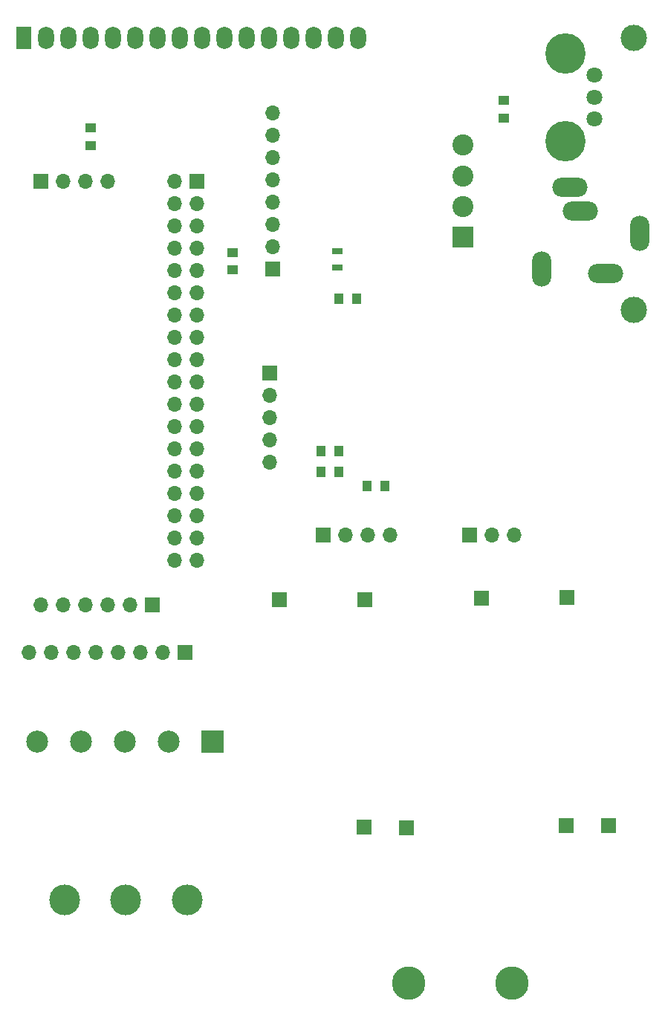
<source format=gbr>
G04 #@! TF.GenerationSoftware,KiCad,Pcbnew,5.0.0-rc2-dev-unknown-0ded476~63~ubuntu17.10.1*
G04 #@! TF.CreationDate,2018-04-08T11:22:16-07:00*
G04 #@! TF.ProjectId,Half_Shield,48616C665F536869656C642E6B696361,rev?*
G04 #@! TF.SameCoordinates,Original*
G04 #@! TF.FileFunction,Soldermask,Top*
G04 #@! TF.FilePolarity,Negative*
%FSLAX46Y46*%
G04 Gerber Fmt 4.6, Leading zero omitted, Abs format (unit mm)*
G04 Created by KiCad (PCBNEW 5.0.0-rc2-dev-unknown-0ded476~63~ubuntu17.10.1) date Sun Apr  8 11:22:16 2018*
%MOMM*%
%LPD*%
G01*
G04 APERTURE LIST*
%ADD10R,1.800000X2.600000*%
%ADD11O,1.800000X2.600000*%
%ADD12C,3.000000*%
%ADD13O,1.700000X1.700000*%
%ADD14R,1.700000X1.700000*%
%ADD15C,2.400000*%
%ADD16R,2.400000X2.400000*%
%ADD17O,2.200000X4.000000*%
%ADD18O,4.000000X2.200000*%
%ADD19C,3.500000*%
%ADD20C,3.800000*%
%ADD21C,4.600000*%
%ADD22C,1.800000*%
%ADD23R,1.300000X0.700000*%
%ADD24R,1.000000X1.250000*%
%ADD25R,1.250000X1.000000*%
%ADD26C,2.500000*%
%ADD27R,2.500000X2.500000*%
G04 APERTURE END LIST*
D10*
X109474000Y-35598100D03*
D11*
X112014000Y-35598100D03*
X114554000Y-35598100D03*
X117094000Y-35598100D03*
X119634000Y-35598100D03*
X122174000Y-35598100D03*
X124714000Y-35598100D03*
X127254000Y-35598100D03*
X129794000Y-35598100D03*
X132334000Y-35598100D03*
X134874000Y-35598100D03*
X137414000Y-35598100D03*
X139954000Y-35598100D03*
X142494000Y-35598100D03*
X145034000Y-35598100D03*
X147574000Y-35598100D03*
D12*
X178973480Y-66598800D03*
X178974000Y-35598100D03*
D13*
X126695200Y-95135700D03*
X129235200Y-95135700D03*
X126695200Y-92595700D03*
X129235200Y-92595700D03*
X126695200Y-90055700D03*
X129235200Y-90055700D03*
X126695200Y-87515700D03*
X129235200Y-87515700D03*
X126695200Y-84975700D03*
X129235200Y-84975700D03*
X126695200Y-82435700D03*
X129235200Y-82435700D03*
X126695200Y-79895700D03*
X129235200Y-79895700D03*
X126695200Y-77355700D03*
X129235200Y-77355700D03*
X126695200Y-74815700D03*
X129235200Y-74815700D03*
X126695200Y-72275700D03*
X129235200Y-72275700D03*
X126695200Y-69735700D03*
X129235200Y-69735700D03*
X126695200Y-67195700D03*
X129235200Y-67195700D03*
X126695200Y-64655700D03*
X129235200Y-64655700D03*
X126695200Y-62115700D03*
X129235200Y-62115700D03*
X126695200Y-59575700D03*
X129235200Y-59575700D03*
X126695200Y-57035700D03*
X129235200Y-57035700D03*
X126695200Y-54495700D03*
X129235200Y-54495700D03*
X126695200Y-51955700D03*
D14*
X129235200Y-51955700D03*
D13*
X119024400Y-51955700D03*
X116484400Y-51955700D03*
X113944400Y-51955700D03*
D14*
X111404400Y-51955700D03*
D13*
X111455200Y-100266500D03*
X113995200Y-100266500D03*
X116535200Y-100266500D03*
X119075200Y-100266500D03*
X121615200Y-100266500D03*
D14*
X124155200Y-100266500D03*
D13*
X110083600Y-105613200D03*
X112623600Y-105613200D03*
X115163600Y-105613200D03*
X117703600Y-105613200D03*
X120243600Y-105613200D03*
X122783600Y-105613200D03*
X125323600Y-105613200D03*
D14*
X127863600Y-105613200D03*
D13*
X137515600Y-84010500D03*
X137515600Y-81470500D03*
X137515600Y-78930500D03*
X137515600Y-76390500D03*
D14*
X137515600Y-73850500D03*
D15*
X159509426Y-51350304D03*
X159509426Y-47850304D03*
X159509426Y-54850304D03*
D16*
X159509426Y-58350304D03*
D17*
X179668000Y-57884000D03*
D18*
X171668000Y-52684000D03*
X172868000Y-55384000D03*
D17*
X168468000Y-61984000D03*
D18*
X175768000Y-62484000D03*
D13*
X151231600Y-92252800D03*
X148691600Y-92252800D03*
X146151600Y-92252800D03*
D14*
X143611600Y-92252800D03*
X160274000Y-92252800D03*
D13*
X162814000Y-92252800D03*
X165354000Y-92252800D03*
D14*
X153110949Y-125618646D03*
X148259549Y-125580546D03*
X148323049Y-99659846D03*
X176137176Y-125383292D03*
X171311176Y-125395992D03*
X161621076Y-99449892D03*
X171400076Y-99399092D03*
D19*
X121056400Y-133858000D03*
X128066800Y-133858000D03*
X114096800Y-133858000D03*
D13*
X137871200Y-44196000D03*
X137871200Y-46736000D03*
X137871200Y-49276000D03*
X137871200Y-51816000D03*
X137871200Y-54356000D03*
X137871200Y-56896000D03*
X137871200Y-59436000D03*
D14*
X137871200Y-61976000D03*
D20*
X153314400Y-143306800D03*
X165100000Y-143306800D03*
D21*
X171198000Y-37378000D03*
X171198000Y-47378000D03*
D22*
X174498000Y-39878000D03*
X174498000Y-42378000D03*
X174498000Y-44878000D03*
D23*
X145237200Y-59933800D03*
X145237200Y-61833800D03*
D24*
X150622000Y-86664800D03*
X148622000Y-86664800D03*
D25*
X117094000Y-47908400D03*
X117094000Y-45908400D03*
X164134800Y-44754800D03*
X164134800Y-42754800D03*
D24*
X145370800Y-65328800D03*
X147370800Y-65328800D03*
D25*
X133248400Y-60061600D03*
X133248400Y-62061600D03*
D24*
X145358205Y-85090000D03*
X143358205Y-85090000D03*
X145362205Y-82702400D03*
X143362205Y-82702400D03*
D14*
X138582400Y-99618800D03*
D26*
X110962400Y-115824000D03*
X115962400Y-115824000D03*
X120962400Y-115824000D03*
X125962400Y-115824000D03*
D27*
X130962400Y-115824000D03*
M02*

</source>
